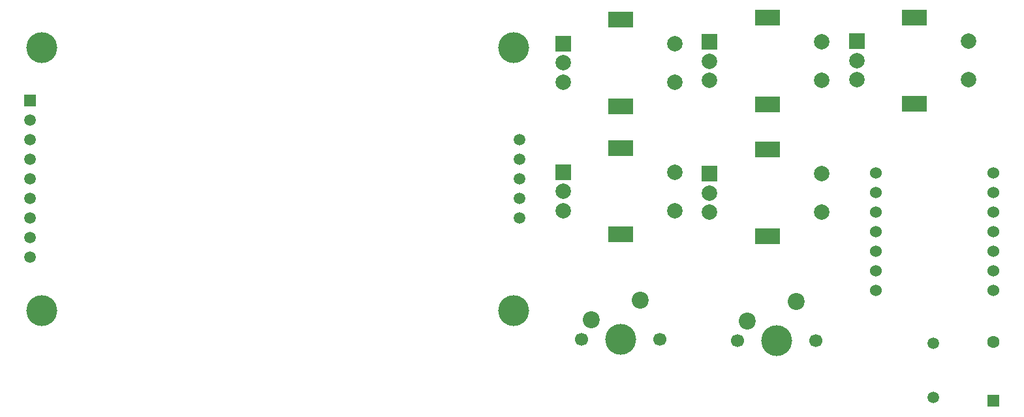
<source format=gbr>
%TF.GenerationSoftware,KiCad,Pcbnew,9.0.6*%
%TF.CreationDate,2026-01-26T19:54:01-03:00*%
%TF.ProjectId,osciloscopio,6f736369-6c6f-4736-936f-70696f2e6b69,rev?*%
%TF.SameCoordinates,Original*%
%TF.FileFunction,Soldermask,Bot*%
%TF.FilePolarity,Negative*%
%FSLAX46Y46*%
G04 Gerber Fmt 4.6, Leading zero omitted, Abs format (unit mm)*
G04 Created by KiCad (PCBNEW 9.0.6) date 2026-01-26 19:54:01*
%MOMM*%
%LPD*%
G01*
G04 APERTURE LIST*
G04 Aperture macros list*
%AMRoundRect*
0 Rectangle with rounded corners*
0 $1 Rounding radius*
0 $2 $3 $4 $5 $6 $7 $8 $9 X,Y pos of 4 corners*
0 Add a 4 corners polygon primitive as box body*
4,1,4,$2,$3,$4,$5,$6,$7,$8,$9,$2,$3,0*
0 Add four circle primitives for the rounded corners*
1,1,$1+$1,$2,$3*
1,1,$1+$1,$4,$5*
1,1,$1+$1,$6,$7*
1,1,$1+$1,$8,$9*
0 Add four rect primitives between the rounded corners*
20,1,$1+$1,$2,$3,$4,$5,0*
20,1,$1+$1,$4,$5,$6,$7,0*
20,1,$1+$1,$6,$7,$8,$9,0*
20,1,$1+$1,$8,$9,$2,$3,0*%
G04 Aperture macros list end*
%ADD10C,2.000000*%
%ADD11R,3.200000X2.000000*%
%ADD12R,2.000000X2.000000*%
%ADD13C,4.000000*%
%ADD14R,1.500000X1.500000*%
%ADD15C,1.500000*%
%ADD16C,1.524000*%
%ADD17C,1.700000*%
%ADD18C,2.200000*%
%ADD19RoundRect,0.250000X0.550000X-0.550000X0.550000X0.550000X-0.550000X0.550000X-0.550000X-0.550000X0*%
%ADD20C,1.600000*%
G04 APERTURE END LIST*
D10*
%TO.C,SW3*%
X224770000Y-59172500D03*
X224770000Y-64172500D03*
D11*
X217770000Y-67272500D03*
X217770000Y-56072500D03*
D10*
X210270000Y-61672500D03*
X210270000Y-64172500D03*
D12*
X210270000Y-59172500D03*
%TD*%
D13*
%TO.C,U3*%
X123625000Y-59910000D03*
X123625000Y-94010000D03*
X184825000Y-59910000D03*
X184825000Y-94010000D03*
D14*
X122125000Y-66800000D03*
D15*
X122125000Y-69340000D03*
X122125000Y-71880000D03*
X122125000Y-74420000D03*
X122125000Y-76960000D03*
X122125000Y-79500000D03*
X122125000Y-82040000D03*
X122125000Y-84580000D03*
X122125000Y-87120000D03*
X185645000Y-71880000D03*
X185645000Y-74420000D03*
X185645000Y-76960000D03*
X185645000Y-79500000D03*
X185645000Y-82040000D03*
%TD*%
D16*
%TO.C,U1*%
X231810000Y-76170000D03*
X231810000Y-78710000D03*
X231810000Y-81250000D03*
X231810000Y-83790000D03*
X231810000Y-86330000D03*
X231810000Y-88870000D03*
X231810000Y-91410000D03*
X247050000Y-91410000D03*
X247050000Y-88870000D03*
X247050000Y-86330000D03*
X247050000Y-83790000D03*
X247050000Y-81250000D03*
X247050000Y-78710000D03*
X247050000Y-76170000D03*
%TD*%
D12*
%TO.C,SW7*%
X191238750Y-76081250D03*
D10*
X191238750Y-81081250D03*
X191238750Y-78581250D03*
D11*
X198738750Y-72981250D03*
X198738750Y-84181250D03*
D10*
X205738750Y-81081250D03*
X205738750Y-76081250D03*
%TD*%
D12*
%TO.C,SW6*%
X191238750Y-59412500D03*
D10*
X191238750Y-64412500D03*
X191238750Y-61912500D03*
D11*
X198738750Y-56312500D03*
X198738750Y-67512500D03*
D10*
X205738750Y-64412500D03*
X205738750Y-59412500D03*
%TD*%
D12*
%TO.C,SW5*%
X229360000Y-59110000D03*
D10*
X229360000Y-64110000D03*
X229360000Y-61610000D03*
D11*
X236860000Y-56010000D03*
X236860000Y-67210000D03*
D10*
X243860000Y-64110000D03*
X243860000Y-59110000D03*
%TD*%
D12*
%TO.C,SW4*%
X210270000Y-76270000D03*
D10*
X210270000Y-81270000D03*
X210270000Y-78770000D03*
D11*
X217770000Y-73170000D03*
X217770000Y-84370000D03*
D10*
X224770000Y-81270000D03*
X224770000Y-76270000D03*
%TD*%
D17*
%TO.C,SW2*%
X193620000Y-97750000D03*
D13*
X198700000Y-97750000D03*
D17*
X203780000Y-97750000D03*
D18*
X201240000Y-92670000D03*
X194890000Y-95210000D03*
%TD*%
D17*
%TO.C,SW1*%
X213880000Y-97910000D03*
D13*
X218960000Y-97910000D03*
D17*
X224040000Y-97910000D03*
D18*
X221500000Y-92830000D03*
X215150000Y-95370000D03*
%TD*%
D15*
%TO.C,J1*%
X239300000Y-105310000D03*
X239300000Y-98310000D03*
%TD*%
D19*
%TO.C,D1*%
X247090000Y-105760000D03*
D20*
X247090000Y-98140000D03*
%TD*%
M02*

</source>
